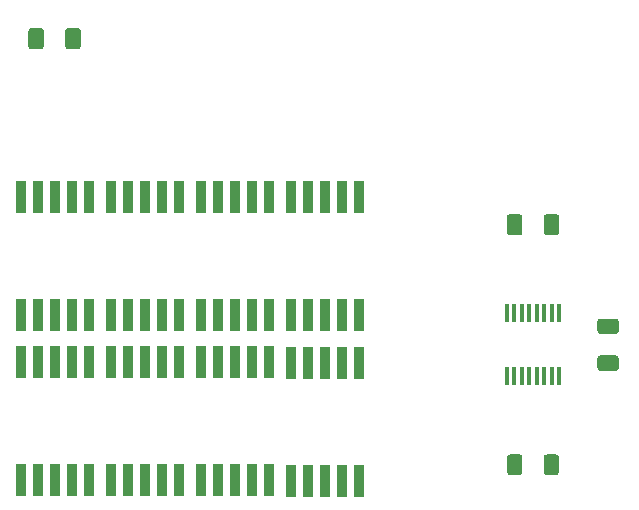
<source format=gbr>
%TF.GenerationSoftware,KiCad,Pcbnew,5.1.8+dfsg1-1+b1*%
%TF.CreationDate,2021-02-03T12:16:06-06:00*%
%TF.ProjectId,7seg-prototype,37736567-2d70-4726-9f74-6f747970652e,1.0.0*%
%TF.SameCoordinates,Original*%
%TF.FileFunction,Paste,Top*%
%TF.FilePolarity,Positive*%
%FSLAX46Y46*%
G04 Gerber Fmt 4.6, Leading zero omitted, Abs format (unit mm)*
G04 Created by KiCad (PCBNEW 5.1.8+dfsg1-1+b1) date 2021-02-03 12:16:06*
%MOMM*%
%LPD*%
G01*
G04 APERTURE LIST*
%ADD10R,0.410000X1.600000*%
%ADD11R,0.900000X2.800000*%
G04 APERTURE END LIST*
D10*
%TO.C,U3*%
X128460500Y-86753700D03*
X129095500Y-86753700D03*
X129730500Y-86753700D03*
X130365500Y-86753700D03*
X131000500Y-86753700D03*
X131635500Y-86753700D03*
X132270500Y-86753700D03*
X132905500Y-86753700D03*
X132905500Y-92062300D03*
X132270500Y-92062300D03*
X131635500Y-92062300D03*
X131000500Y-92062300D03*
X130365500Y-92062300D03*
X129730500Y-92062300D03*
X129095500Y-92062300D03*
X128460500Y-92062300D03*
%TD*%
D11*
%TO.C,D2*%
X102530000Y-76915000D03*
X103970000Y-76915000D03*
X105410000Y-76915000D03*
X106850000Y-76915000D03*
X108290000Y-76915000D03*
X108290000Y-86915000D03*
X106850000Y-86915000D03*
X105410000Y-86915000D03*
X103970000Y-86915000D03*
X102530000Y-86915000D03*
%TD*%
%TO.C,D7*%
X110150000Y-90965000D03*
X111590000Y-90965000D03*
X113030000Y-90965000D03*
X114470000Y-90965000D03*
X115910000Y-90965000D03*
X115910000Y-100965000D03*
X114470000Y-100965000D03*
X113030000Y-100965000D03*
X111590000Y-100965000D03*
X110150000Y-100965000D03*
%TD*%
%TO.C,D6*%
X102530000Y-90885000D03*
X103970000Y-90885000D03*
X105410000Y-90885000D03*
X106850000Y-90885000D03*
X108290000Y-90885000D03*
X108290000Y-100885000D03*
X106850000Y-100885000D03*
X105410000Y-100885000D03*
X103970000Y-100885000D03*
X102530000Y-100885000D03*
%TD*%
%TO.C,D5*%
X94910000Y-90885000D03*
X96350000Y-90885000D03*
X97790000Y-90885000D03*
X99230000Y-90885000D03*
X100670000Y-90885000D03*
X100670000Y-100885000D03*
X99230000Y-100885000D03*
X97790000Y-100885000D03*
X96350000Y-100885000D03*
X94910000Y-100885000D03*
%TD*%
%TO.C,D4*%
X87290000Y-90885000D03*
X88730000Y-90885000D03*
X90170000Y-90885000D03*
X91610000Y-90885000D03*
X93050000Y-90885000D03*
X93050000Y-100885000D03*
X91610000Y-100885000D03*
X90170000Y-100885000D03*
X88730000Y-100885000D03*
X87290000Y-100885000D03*
%TD*%
%TO.C,D3*%
X110150000Y-76915000D03*
X111590000Y-76915000D03*
X113030000Y-76915000D03*
X114470000Y-76915000D03*
X115910000Y-76915000D03*
X115910000Y-86915000D03*
X114470000Y-86915000D03*
X113030000Y-86915000D03*
X111590000Y-86915000D03*
X110150000Y-86915000D03*
%TD*%
%TO.C,D1*%
X94910000Y-76915000D03*
X96350000Y-76915000D03*
X97790000Y-76915000D03*
X99230000Y-76915000D03*
X100670000Y-76915000D03*
X100670000Y-86915000D03*
X99230000Y-86915000D03*
X97790000Y-86915000D03*
X96350000Y-86915000D03*
X94910000Y-86915000D03*
%TD*%
%TO.C,D0*%
X87290000Y-76915000D03*
X88730000Y-76915000D03*
X90170000Y-76915000D03*
X91610000Y-76915000D03*
X93050000Y-76915000D03*
X93050000Y-86915000D03*
X91610000Y-86915000D03*
X90170000Y-86915000D03*
X88730000Y-86915000D03*
X87290000Y-86915000D03*
%TD*%
%TO.C,C1*%
G36*
G01*
X91070000Y-64150001D02*
X91070000Y-62849999D01*
G75*
G02*
X91319999Y-62600000I249999J0D01*
G01*
X92145001Y-62600000D01*
G75*
G02*
X92395000Y-62849999I0J-249999D01*
G01*
X92395000Y-64150001D01*
G75*
G02*
X92145001Y-64400000I-249999J0D01*
G01*
X91319999Y-64400000D01*
G75*
G02*
X91070000Y-64150001I0J249999D01*
G01*
G37*
G36*
G01*
X87945000Y-64150001D02*
X87945000Y-62849999D01*
G75*
G02*
X88194999Y-62600000I249999J0D01*
G01*
X89020001Y-62600000D01*
G75*
G02*
X89270000Y-62849999I0J-249999D01*
G01*
X89270000Y-64150001D01*
G75*
G02*
X89020001Y-64400000I-249999J0D01*
G01*
X88194999Y-64400000D01*
G75*
G02*
X87945000Y-64150001I0J249999D01*
G01*
G37*
%TD*%
%TO.C,R2*%
G36*
G01*
X129783000Y-98943000D02*
X129783000Y-100193000D01*
G75*
G02*
X129533000Y-100443000I-250000J0D01*
G01*
X128733000Y-100443000D01*
G75*
G02*
X128483000Y-100193000I0J250000D01*
G01*
X128483000Y-98943000D01*
G75*
G02*
X128733000Y-98693000I250000J0D01*
G01*
X129533000Y-98693000D01*
G75*
G02*
X129783000Y-98943000I0J-250000D01*
G01*
G37*
G36*
G01*
X132883000Y-98943000D02*
X132883000Y-100193000D01*
G75*
G02*
X132633000Y-100443000I-250000J0D01*
G01*
X131833000Y-100443000D01*
G75*
G02*
X131583000Y-100193000I0J250000D01*
G01*
X131583000Y-98943000D01*
G75*
G02*
X131833000Y-98693000I250000J0D01*
G01*
X132633000Y-98693000D01*
G75*
G02*
X132883000Y-98943000I0J-250000D01*
G01*
G37*
%TD*%
%TO.C,C4*%
G36*
G01*
X131583000Y-79898001D02*
X131583000Y-78597999D01*
G75*
G02*
X131832999Y-78348000I249999J0D01*
G01*
X132658001Y-78348000D01*
G75*
G02*
X132908000Y-78597999I0J-249999D01*
G01*
X132908000Y-79898001D01*
G75*
G02*
X132658001Y-80148000I-249999J0D01*
G01*
X131832999Y-80148000D01*
G75*
G02*
X131583000Y-79898001I0J249999D01*
G01*
G37*
G36*
G01*
X128458000Y-79898001D02*
X128458000Y-78597999D01*
G75*
G02*
X128707999Y-78348000I249999J0D01*
G01*
X129533001Y-78348000D01*
G75*
G02*
X129783000Y-78597999I0J-249999D01*
G01*
X129783000Y-79898001D01*
G75*
G02*
X129533001Y-80148000I-249999J0D01*
G01*
X128707999Y-80148000D01*
G75*
G02*
X128458000Y-79898001I0J249999D01*
G01*
G37*
%TD*%
%TO.C,C3*%
G36*
G01*
X136382999Y-90308000D02*
X137683001Y-90308000D01*
G75*
G02*
X137933000Y-90557999I0J-249999D01*
G01*
X137933000Y-91383001D01*
G75*
G02*
X137683001Y-91633000I-249999J0D01*
G01*
X136382999Y-91633000D01*
G75*
G02*
X136133000Y-91383001I0J249999D01*
G01*
X136133000Y-90557999D01*
G75*
G02*
X136382999Y-90308000I249999J0D01*
G01*
G37*
G36*
G01*
X136382999Y-87183000D02*
X137683001Y-87183000D01*
G75*
G02*
X137933000Y-87432999I0J-249999D01*
G01*
X137933000Y-88258001D01*
G75*
G02*
X137683001Y-88508000I-249999J0D01*
G01*
X136382999Y-88508000D01*
G75*
G02*
X136133000Y-88258001I0J249999D01*
G01*
X136133000Y-87432999D01*
G75*
G02*
X136382999Y-87183000I249999J0D01*
G01*
G37*
%TD*%
M02*

</source>
